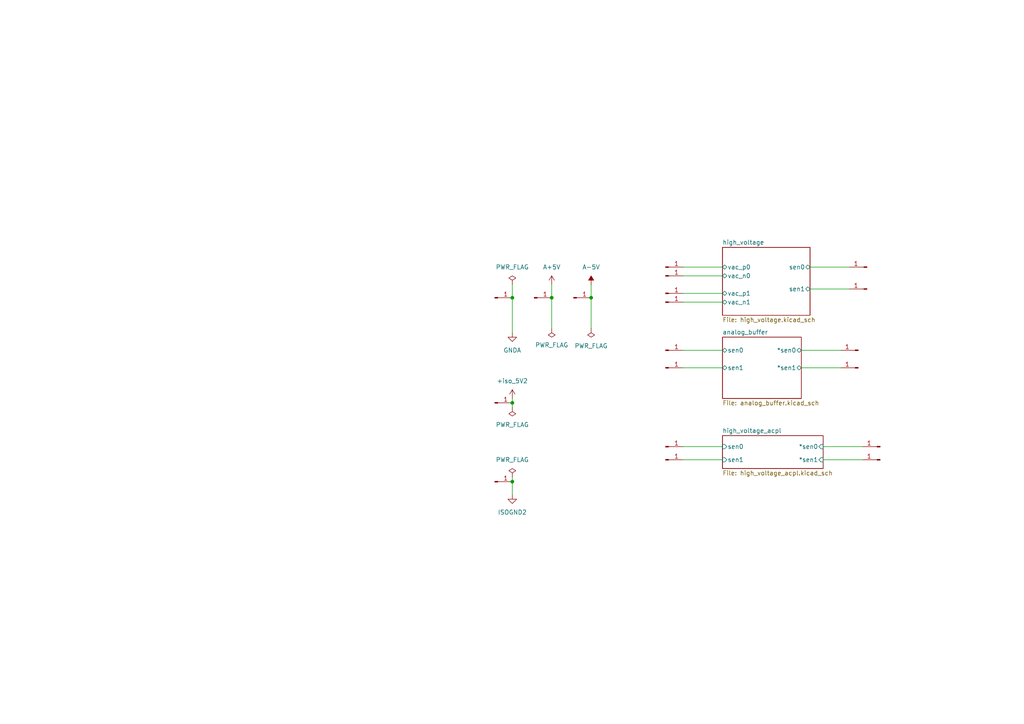
<source format=kicad_sch>
(kicad_sch (version 20250114) (generator "eeschema") (generator_version "9.0")
  (paper "A4")
  (lib_symbols
    (symbol "Connector:Conn_01x01_Pin" (pin_names (offset 1.016) (hide yes))
      (property "Reference" "J" (at 0 2.54 0))
      (property "Value" "Conn_01x01_Pin" (at 0 -2.54 0))
      (symbol "Conn_01x01_Pin_1_1"
        (rectangle (start 0.8636 0.127) (end 0 -0.127) (stroke (width 0.1524)) (fill (type outline)))
        (polyline (pts (xy 1.27 0) (xy 0.8636 0)) (stroke (width 0.1524)))
        (pin passive line (at 5.08 0 180) (length 3.81) (name "Pin_1") (number "1"))
      )
    )
    (symbol "power:+5V" (power) (pin_numbers (hide yes)) (pin_names (offset 0) (hide yes))
      (property "Value" "+5V" (at 0 3.556 0))
      (symbol "+5V_0_1"
        (polyline (pts (xy -0.762 1.27) (xy 0 2.54)))
        (polyline (pts (xy 0 2.54) (xy 0.762 1.27)))
        (polyline (pts (xy 0 0) (xy 0 2.54)))
      )
      (symbol "+5V_1_1"
        (pin power_in line (at 0 0 90) (length 0) (name "~") (number "1"))
      )
    )
    (symbol "power:+5VA" (power) (pin_numbers (hide yes)) (pin_names (offset 0) (hide yes))
      (property "Value" "+5VA" (at 0 3.556 0))
      (symbol "+5VA_0_1"
        (polyline (pts (xy -0.762 1.27) (xy 0 2.54)))
        (polyline (pts (xy 0 2.54) (xy 0.762 1.27)))
        (polyline (pts (xy 0 0) (xy 0 2.54)))
      )
      (symbol "+5VA_1_1"
        (pin power_in line (at 0 0 90) (length 0) (name "~") (number "1"))
      )
    )
    (symbol "power:-5V" (power) (pin_numbers (hide yes)) (pin_names (offset 0) (hide yes))
      (property "Value" "-5V" (at 0 3.556 0))
      (symbol "-5V_0_0"
        (pin power_in line (at 0 0 90) (length 0) (name "~") (number "1"))
      )
      (symbol "-5V_0_1"
        (polyline (pts (xy 0 0) (xy 0 1.27) (xy 0.762 1.27) (xy 0 2.54) (xy -0.762 1.27) (xy 0 1.27)) (fill (type outline)))
      )
    )
    (symbol "power:GND" (power) (pin_numbers (hide yes)) (pin_names (offset 0) (hide yes))
      (property "Value" "GND" (at 0 -3.81 0))
      (symbol "GND_0_1"
        (polyline (pts (xy 0 0) (xy 0 -1.27) (xy 1.27 -1.27) (xy 0 -2.54) (xy -1.27 -1.27) (xy 0 -1.27)))
      )
      (symbol "GND_1_1"
        (pin power_in line (at 0 0 270) (length 0) (name "~") (number "1"))
      )
    )
    (symbol "power:GNDA" (power) (pin_numbers (hide yes)) (pin_names (offset 0) (hide yes))
      (property "Value" "GNDA" (at 0 -3.81 0))
      (symbol "GNDA_0_1"
        (polyline (pts (xy 0 0) (xy 0 -1.27) (xy 1.27 -1.27) (xy 0 -2.54) (xy -1.27 -1.27) (xy 0 -1.27)))
      )
      (symbol "GNDA_1_1"
        (pin power_in line (at 0 0 270) (length 0) (name "~") (number "1"))
      )
    )
    (symbol "power:PWR_FLAG" (power) (pin_numbers (hide yes)) (pin_names (offset 0) (hide yes))
      (property "Value" "PWR_FLAG" (at 0 3.81 0))
      (symbol "PWR_FLAG_0_0"
        (pin power_out line (at 0 0 90) (length 0) (name "~") (number "1"))
      )
      (symbol "PWR_FLAG_0_1"
        (polyline (pts (xy 0 0) (xy 0 1.27) (xy -1.016 1.905) (xy 0 2.54) (xy 1.016 1.905) (xy 0 1.27)))
      )
    )
  )
  (junction (at 171.45 86.36))
  (junction (at 160.02 86.36))
  (junction (at 148.59 116.84))
  (junction (at 148.59 86.36))
  (junction (at 148.59 139.7))
  (wire (pts (xy 148.59 138.43) (xy 148.59 139.7)))
  (wire (pts (xy 160.02 86.36) (xy 160.02 95.25)))
  (wire (pts (xy 198.12 80.01) (xy 209.55 80.01)))
  (wire (pts (xy 198.12 133.35) (xy 209.55 133.35)))
  (wire (pts (xy 250.19 129.54) (xy 238.76 129.54)))
  (wire (pts (xy 232.41 106.68) (xy 243.84 106.68)))
  (wire (pts (xy 148.59 116.84) (xy 148.59 115.57)))
  (wire (pts (xy 198.12 129.54) (xy 209.55 129.54)))
  (wire (pts (xy 198.12 106.68) (xy 209.55 106.68)))
  (wire (pts (xy 148.59 82.55) (xy 148.59 86.36)))
  (wire (pts (xy 232.41 101.6) (xy 243.84 101.6)))
  (wire (pts (xy 148.59 118.11) (xy 148.59 116.84)))
  (wire (pts (xy 234.95 77.47) (xy 246.38 77.47)))
  (wire (pts (xy 171.45 86.36) (xy 171.45 82.55)))
  (wire (pts (xy 234.95 83.82) (xy 246.38 83.82)))
  (wire (pts (xy 171.45 95.25) (xy 171.45 86.36)))
  (wire (pts (xy 148.59 139.7) (xy 148.59 143.51)))
  (wire (pts (xy 198.12 101.6) (xy 209.55 101.6)))
  (wire (pts (xy 198.12 87.63) (xy 209.55 87.63)))
  (wire (pts (xy 148.59 86.36) (xy 148.59 96.52)))
  (wire (pts (xy 198.12 77.47) (xy 209.55 77.47)))
  (wire (pts (xy 198.12 85.09) (xy 209.55 85.09)))
  (wire (pts (xy 160.02 82.55) (xy 160.02 86.36)))
  (wire (pts (xy 250.19 133.35) (xy 238.76 133.35)))
  (symbol (lib_id "Connector:Conn_01x01_Pin") (at 193.04 87.63 0) (unit 1)
    (property "Reference" "J9" (effects (hide yes)))
    (property "Value" "Conn_01x01_Pin" (effects (hide yes)))
    (property "Description" "Generic connector, single row, 01x01, script generated" (effects (hide yes)))
  )
  (symbol (lib_id "power:GNDA") (at 148.59 96.52 0) (unit 1)
    (property "Reference" "#PWR03" (effects (hide yes)))
    (property "Value" "GNDA" (at 148.59 101.6 0))
    (property "Description" "Power symbol creates a global label with name \"GNDA\" , analog ground" (effects (hide yes)))
  )
  (symbol (lib_id "Connector:Conn_01x01_Pin") (at 143.51 139.7 0) (unit 1)
    (property "Reference" "J19" (effects (hide yes)))
    (property "Value" "Conn_01x01_Pin" (effects (hide yes)))
    (property "Description" "Generic connector, single row, 01x01, script generated" (effects (hide yes)))
  )
  (symbol (lib_id "Connector:Conn_01x01_Pin") (at 166.37 86.36 0) (unit 1)
    (property "Reference" "J8" (effects (hide yes)))
    (property "Value" "Conn_01x01_Pin" (effects (hide yes)))
    (property "Description" "Generic connector, single row, 01x01, script generated" (effects (hide yes)))
  )
  (symbol (lib_id "Connector:Conn_01x01_Pin") (at 193.04 106.68 0) (unit 1)
    (property "Reference" "J12" (effects (hide yes)))
    (property "Value" "Conn_01x01_Pin" (effects (hide yes)))
    (property "Description" "Generic connector, single row, 01x01, script generated" (effects (hide yes)))
  )
  (symbol (lib_id "power:-5V") (at 171.45 82.55 0) (unit 1)
    (property "Reference" "#PWR02" (effects (hide yes)))
    (property "Value" "A-5V" (at 171.45 77.47 0))
    (property "Description" "Power symbol creates a global label with name \"-5V\"" (effects (hide yes)))
  )
  (symbol (lib_id "Connector:Conn_01x01_Pin") (at 193.04 77.47 0) (unit 1)
    (property "Reference" "J1" (effects (hide yes)))
    (property "Value" "Conn_01x01_Pin" (effects (hide yes)))
    (property "Description" "Generic connector, single row, 01x01, script generated" (effects (hide yes)))
  )
  (symbol (lib_id "Connector:Conn_01x01_Pin") (at 193.04 80.01 0) (unit 1)
    (property "Reference" "J3" (effects (hide yes)))
    (property "Value" "Conn_01x01_Pin" (effects (hide yes)))
    (property "Description" "Generic connector, single row, 01x01, script generated" (effects (hide yes)))
  )
  (symbol (lib_id "Connector:Conn_01x01_Pin") (at 193.04 101.6 0) (unit 1)
    (property "Reference" "J10" (effects (hide yes)))
    (property "Value" "Conn_01x01_Pin" (effects (hide yes)))
    (property "Description" "Generic connector, single row, 01x01, script generated" (effects (hide yes)))
  )
  (symbol (lib_id "Connector:Conn_01x01_Pin") (at 193.04 129.54 0) (unit 1)
    (property "Reference" "J15" (effects (hide yes)))
    (property "Value" "Conn_01x01_Pin" (effects (hide yes)))
    (property "Description" "Generic connector, single row, 01x01, script generated" (effects (hide yes)))
  )
  (symbol (lib_id "Connector:Conn_01x01_Pin") (at 255.27 129.54 180) (unit 1)
    (property "Reference" "J16" (effects (hide yes)))
    (property "Value" "Conn_01x01_Pin" (effects (hide yes)))
    (property "Description" "Generic connector, single row, 01x01, script generated" (effects (hide yes)))
  )
  (symbol (lib_id "power:PWR_FLAG") (at 160.02 95.25 180) (unit 1)
    (property "Reference" "#FLG02" (effects (hide yes)))
    (property "Value" "PWR_FLAG" (at 155.194 100.076 0) (effects (justify right)))
    (property "Description" "Special symbol for telling ERC where power comes from" (effects (hide yes)))
  )
  (symbol (lib_id "Connector:Conn_01x01_Pin") (at 251.46 77.47 180) (unit 1)
    (property "Reference" "J2" (effects (hide yes)))
    (property "Value" "Conn_01x01_Pin" (effects (hide yes)))
    (property "Description" "Generic connector, single row, 01x01, script generated" (effects (hide yes)))
  )
  (symbol (lib_id "power:PWR_FLAG") (at 148.59 82.55 0) (unit 1)
    (property "Reference" "#FLG01" (effects (hide yes)))
    (property "Value" "PWR_FLAG" (at 148.59 77.47 0))
    (property "Description" "Special symbol for telling ERC where power comes from" (effects (hide yes)))
  )
  (symbol (lib_id "power:PWR_FLAG") (at 148.59 118.11 180) (unit 1)
    (property "Reference" "#FLG04" (effects (hide yes)))
    (property "Value" "PWR_FLAG" (at 148.59 123.19 0))
    (property "Description" "Special symbol for telling ERC where power comes from" (effects (hide yes)))
  )
  (symbol (lib_id "power:+5V") (at 160.02 82.55 0) (unit 1)
    (property "Reference" "#PWR01" (effects (hide yes)))
    (property "Value" "A+5V" (at 160.02 77.47 0))
    (property "Description" "Power symbol creates a global label with name \"+5V\"" (effects (hide yes)))
  )
  (symbol (lib_id "Connector:Conn_01x01_Pin") (at 193.04 85.09 0) (unit 1)
    (property "Reference" "J5" (effects (hide yes)))
    (property "Value" "Conn_01x01_Pin" (effects (hide yes)))
    (property "Description" "Generic connector, single row, 01x01, script generated" (effects (hide yes)))
  )
  (symbol (lib_id "Connector:Conn_01x01_Pin") (at 193.04 133.35 0) (unit 1)
    (property "Reference" "J17" (effects (hide yes)))
    (property "Value" "Conn_01x01_Pin" (effects (hide yes)))
    (property "Description" "Generic connector, single row, 01x01, script generated" (effects (hide yes)))
  )
  (symbol (lib_id "Connector:Conn_01x01_Pin") (at 143.51 86.36 0) (unit 1)
    (property "Reference" "J6" (effects (hide yes)))
    (property "Value" "Conn_01x01_Pin" (effects (hide yes)))
    (property "Description" "Generic connector, single row, 01x01, script generated" (effects (hide yes)))
  )
  (symbol (lib_id "power:GND") (at 148.59 143.51 0) (unit 1)
    (property "Reference" "#PWR05" (effects (hide yes)))
    (property "Value" "ISOGND2" (at 148.59 148.59 0))
    (property "Description" "Power symbol creates a global label with name \"GND\" , ground" (effects (hide yes)))
  )
  (symbol (lib_id "Connector:Conn_01x01_Pin") (at 255.27 133.35 180) (unit 1)
    (property "Reference" "J18" (effects (hide yes)))
    (property "Value" "Conn_01x01_Pin" (effects (hide yes)))
    (property "Description" "Generic connector, single row, 01x01, script generated" (effects (hide yes)))
  )
  (symbol (lib_id "Connector:Conn_01x01_Pin") (at 154.94 86.36 0) (unit 1)
    (property "Reference" "J7" (effects (hide yes)))
    (property "Value" "Conn_01x01_Pin" (effects (hide yes)))
    (property "Description" "Generic connector, single row, 01x01, script generated" (effects (hide yes)))
  )
  (symbol (lib_id "Connector:Conn_01x01_Pin") (at 251.46 83.82 180) (unit 1)
    (property "Reference" "J4" (effects (hide yes)))
    (property "Value" "Conn_01x01_Pin" (effects (hide yes)))
    (property "Description" "Generic connector, single row, 01x01, script generated" (effects (hide yes)))
  )
  (symbol (lib_id "Connector:Conn_01x01_Pin") (at 143.51 116.84 0) (unit 1)
    (property "Reference" "J14" (effects (hide yes)))
    (property "Value" "Conn_01x01_Pin" (effects (hide yes)))
    (property "Description" "Generic connector, single row, 01x01, script generated" (effects (hide yes)))
  )
  (symbol (lib_id "power:+5VA") (at 148.59 115.57 0) (unit 1)
    (property "Reference" "#PWR04" (effects (hide yes)))
    (property "Value" "+iso_5V2" (at 148.59 110.49 0))
    (property "Description" "Power symbol creates a global label with name \"+5VA\"" (effects (hide yes)))
  )
  (symbol (lib_id "power:PWR_FLAG") (at 171.45 95.25 180) (unit 1)
    (property "Reference" "#FLG03" (effects (hide yes)))
    (property "Value" "PWR_FLAG" (at 171.45 100.33 0))
    (property "Description" "Special symbol for telling ERC where power comes from" (effects (hide yes)))
  )
  (symbol (lib_id "Connector:Conn_01x01_Pin") (at 248.92 101.6 180) (unit 1)
    (property "Reference" "J11" (effects (hide yes)))
    (property "Value" "Conn_01x01_Pin" (effects (hide yes)))
    (property "Description" "Generic connector, single row, 01x01, script generated" (effects (hide yes)))
  )
  (symbol (lib_id "Connector:Conn_01x01_Pin") (at 248.92 106.68 180) (unit 1)
    (property "Reference" "J13" (effects (hide yes)))
    (property "Value" "Conn_01x01_Pin" (effects (hide yes)))
    (property "Description" "Generic connector, single row, 01x01, script generated" (effects (hide yes)))
  )
  (symbol (lib_id "power:PWR_FLAG") (at 148.59 138.43 0) (unit 1)
    (property "Reference" "#FLG05" (effects (hide yes)))
    (property "Value" "PWR_FLAG" (at 148.59 133.35 0))
    (property "Description" "Special symbol for telling ERC where power comes from" (effects (hide yes)))
  )
  (sheet (at 209.55 97.79) (size 22.86 17.78) (stroke (width 0.1524))
    (property "Sheetname" "analog_buffer" (at 209.55 97.0784 0) (effects (justify left bottom)))
    (property "Sheetfile" "analog_buffer.kicad_sch" (at 209.55 116.1546 0) (effects (justify left top)))
    (pin "*sen0" bidirectional (at 232.41 101.6 0))
    (pin "*sen1" bidirectional (at 232.41 106.68 0))
    (pin "sen0" bidirectional (at 209.55 101.6 180))
    (pin "sen1" bidirectional (at 209.55 106.68 180))
  )
  (sheet (at 209.55 126.365) (size 29.21 9.525) (stroke (width 0.1524))
    (property "Sheetname" "high_voltage_acpl" (at 209.55 125.6534 0) (effects (justify left bottom)))
    (property "Sheetfile" "high_voltage_acpl.kicad_sch" (at 209.55 136.4746 0) (effects (justify left top)))
    (pin "*sen0" input (at 238.76 129.54 0))
    (pin "*sen1" input (at 238.76 133.35 0))
    (pin "sen0" input (at 209.55 129.54 180))
    (pin "sen1" input (at 209.55 133.35 180))
  )
  (sheet (at 209.55 71.755) (size 25.4 19.685) (stroke (width 0.1524))
    (property "Sheetname" "high_voltage" (at 209.55 71.0434 0) (effects (justify left bottom)))
    (property "Sheetfile" "high_voltage.kicad_sch" (at 209.55 92.0246 0) (effects (justify left top)))
    (pin "sen0" bidirectional (at 234.95 77.47 0))
    (pin "sen1" bidirectional (at 234.95 83.82 0))
    (pin "vac_n0" bidirectional (at 209.55 80.01 180))
    (pin "vac_n1" bidirectional (at 209.55 87.63 180))
    (pin "vac_p0" bidirectional (at 209.55 77.47 180))
    (pin "vac_p1" bidirectional (at 209.55 85.09 180))
  )
)
</source>
